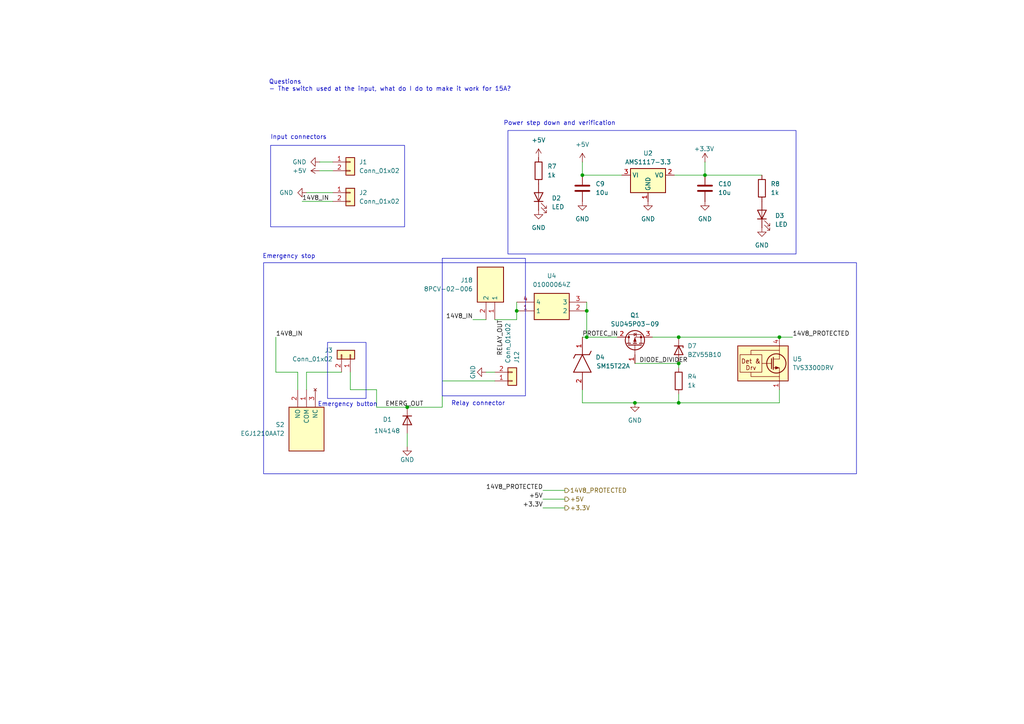
<source format=kicad_sch>
(kicad_sch (version 20250114) (generator "eeschema") (generator_version "9.0")
  (paper "A4")
  (lib_symbols
    (symbol "01000064Z:01000064Z"
      (property "Reference" "U" (at 16.51 7.62 0))
      (property "Value" "01000064Z" (at 16.51 5.08 0))
      (symbol "01000064Z_1_1"
        (rectangle (start 5.08 2.54) (end 15.24 -5.08) (stroke (width 0.254)) (fill (type background)))
        (pin passive line (at 0 0 0) (length 5.08) (name "4") (number "4"))
        (pin passive line (at 0 -2.54 0) (length 5.08) (name "1") (number "1"))
        (pin passive line (at 20.32 0 180) (length 5.08) (name "3") (number "3"))
        (pin passive line (at 20.32 -2.54 180) (length 5.08) (name "2") (number "2"))
      )
    )
    (symbol "8PCV-02-006:8PCV-02-006"
      (property "Reference" "J" (at 16.51 7.62 0))
      (property "Value" "8PCV-02-006" (at 16.51 5.08 0))
      (symbol "8PCV-02-006_1_1"
        (rectangle (start 5.08 2.54) (end 15.24 -5.08) (stroke (width 0.254)) (fill (type background)))
        (pin passive line (at 0 0 0) (length 5.08) (name "1") (number "1"))
        (pin passive line (at 0 -2.54 0) (length 5.08) (name "2") (number "2"))
      )
    )
    (symbol "Connector_Generic:Conn_01x02" (pin_names (offset 1.016) (hide yes))
      (property "Reference" "J" (at 0 2.54 0))
      (property "Value" "Conn_01x02" (at 0 -5.08 0))
      (symbol "Conn_01x02_1_1"
        (rectangle (start -1.27 1.27) (end 1.27 -3.81) (stroke (width 0.254)) (fill (type background)))
        (rectangle (start -1.27 0.127) (end 0 -0.127) (stroke (width 0.1524)))
        (rectangle (start -1.27 -2.413) (end 0 -2.667) (stroke (width 0.1524)))
        (pin passive line (at -5.08 0 0) (length 3.81) (name "Pin_1") (number "1"))
        (pin passive line (at -5.08 -2.54 0) (length 3.81) (name "Pin_2") (number "2"))
      )
    )
    (symbol "Device:C" (pin_numbers (hide yes)) (pin_names (offset 0.254))
      (property "Reference" "C" (at 0.635 2.54 0))
      (property "Value" "C" (at 0.635 -2.54 0))
      (symbol "C_0_1"
        (polyline (pts (xy -2.032 0.762) (xy 2.032 0.762)) (stroke (width 0.508)))
        (polyline (pts (xy -2.032 -0.762) (xy 2.032 -0.762)) (stroke (width 0.508)))
      )
      (symbol "C_1_1"
        (pin passive line (at 0 3.81 270) (length 2.794) (name "~") (number "1"))
        (pin passive line (at 0 -3.81 90) (length 2.794) (name "~") (number "2"))
      )
    )
    (symbol "Device:LED" (pin_numbers (hide yes)) (pin_names (offset 1.016) (hide yes))
      (property "Reference" "D" (at 0 2.54 0))
      (property "Value" "LED" (at 0 -2.54 0))
      (symbol "LED_0_1"
        (polyline (pts (xy -3.048 -0.762) (xy -4.572 -2.286) (xy -3.81 -2.286) (xy -4.572 -2.286) (xy -4.572 -1.524)))
        (polyline (pts (xy -1.778 -0.762) (xy -3.302 -2.286) (xy -2.54 -2.286) (xy -3.302 -2.286) (xy -3.302 -1.524)))
        (polyline (pts (xy -1.27 0) (xy 1.27 0)))
        (polyline (pts (xy -1.27 -1.27) (xy -1.27 1.27)) (stroke (width 0.254)))
        (polyline (pts (xy 1.27 -1.27) (xy 1.27 1.27) (xy -1.27 0) (xy 1.27 -1.27)) (stroke (width 0.254)))
      )
      (symbol "LED_1_1"
        (pin passive line (at -3.81 0 0) (length 2.54) (name "K") (number "1"))
        (pin passive line (at 3.81 0 180) (length 2.54) (name "A") (number "2"))
      )
    )
    (symbol "Device:R" (pin_numbers (hide yes)) (pin_names (offset 0))
      (property "Reference" "R" (at 2.032 0 90))
      (property "Value" "R" (at 0 0 90))
      (symbol "R_0_1"
        (rectangle (start -1.016 -2.54) (end 1.016 2.54) (stroke (width 0.254)))
      )
      (symbol "R_1_1"
        (pin passive line (at 0 3.81 270) (length 1.27) (name "~") (number "1"))
        (pin passive line (at 0 -3.81 90) (length 1.27) (name "~") (number "2"))
      )
    )
    (symbol "Diode:1N4148" (pin_numbers (hide yes)) (pin_names (hide yes))
      (property "Reference" "D" (at 0 2.54 0))
      (property "Value" "1N4148" (at 0 -2.54 0))
      (symbol "1N4148_0_1"
        (polyline (pts (xy -1.27 1.27) (xy -1.27 -1.27)) (stroke (width 0.254)))
        (polyline (pts (xy 1.27 1.27) (xy 1.27 -1.27) (xy -1.27 0) (xy 1.27 1.27)) (stroke (width 0.254)))
        (polyline (pts (xy 1.27 0) (xy -1.27 0)))
      )
      (symbol "1N4148_1_1"
        (pin passive line (at -3.81 0 0) (length 2.54) (name "K") (number "1"))
        (pin passive line (at 3.81 0 180) (length 2.54) (name "A") (number "2"))
      )
    )
    (symbol "Diode:BZV55B10" (pin_numbers (hide yes)) (pin_names (hide yes))
      (property "Reference" "D" (at 0 2.54 0))
      (property "Value" "BZV55B10" (at 0 -2.54 0))
      (symbol "BZV55B10_0_1"
        (polyline (pts (xy -1.27 -1.27) (xy -1.27 1.27) (xy -0.762 1.27)) (stroke (width 0.254)))
        (polyline (pts (xy 1.27 0) (xy -1.27 0)))
        (polyline (pts (xy 1.27 -1.27) (xy 1.27 1.27) (xy -1.27 0) (xy 1.27 -1.27)) (stroke (width 0.254)))
      )
      (symbol "BZV55B10_1_1"
        (pin passive line (at -3.81 0 0) (length 2.54) (name "K") (number "1"))
        (pin passive line (at 3.81 0 180) (length 2.54) (name "A") (number "2"))
      )
    )
    (symbol "EGJ1210AAT2:EGJ1210AAT2"
      (property "Reference" "S" (at 19.05 7.62 0))
      (property "Value" "EGJ1210AAT2" (at 19.05 5.08 0))
      (symbol "EGJ1210AAT2_1_1"
        (rectangle (start 5.08 2.54) (end 17.78 -7.62) (stroke (width 0.254)) (fill (type background)))
        (pin passive line (at 0 0 0) (length 5.08) (name "NO") (number "2"))
        (pin passive line (at 0 -2.54 0) (length 5.08) (name "COM") (number "1"))
        (pin no_connect line (at 0 -5.08 0) (length 5.08) (name "NC") (number "3"))
      )
    )
    (symbol "Power_Protection:TVS3300DRV" (pin_names (offset 0) (hide yes))
      (property "Reference" "U" (at 2.54 1.27 0))
      (property "Value" "TVS3300DRV" (at 2.54 -1.27 0))
      (symbol "TVS3300DRV_0_0"
        (rectangle (start -11.43 2.54) (end -5.08 -2.54))
        (polyline (pts (xy -8.255 2.54) (xy -8.255 3.81) (xy 0 3.81)))
        (polyline (pts (xy -8.255 -2.54) (xy -8.255 -3.81) (xy 0 -3.81)))
        (polyline (pts (xy 0 1.27) (xy -1.778 1.27)))
        (text "Det &" (at -8.255 0.635 0) (effects (font (size 1.27 1.27))))
        (text "Drv" (at -8.255 -1.27 0) (effects (font (size 1.27 1.27))))
      )
      (symbol "TVS3300DRV_0_1"
        (rectangle (start -12.065 5.08) (end 2.54 -5.08) (stroke (width 0.254)) (fill (type background)))
        (polyline (pts (xy -2.286 1.397) (xy -2.286 -1.524)) (stroke (width 0.254)))
        (polyline (pts (xy -2.286 0) (xy -5.08 0)))
        (polyline (pts (xy -1.778 1.778) (xy -1.778 -1.778)) (stroke (width 0.254)))
        (circle (center -0.889 0) (radius 2.794) (stroke (width 0.254)))
        (polyline (pts (xy -0.127 -1.27) (xy -1.143 -1.651) (xy -1.143 -0.889) (xy -0.127 -1.27)) (fill (type outline)))
        (polyline (pts (xy 0 5.08) (xy 0 2.54)))
        (polyline (pts (xy 0 2.54) (xy 0 1.27)))
        (polyline (pts (xy 0 -2.54) (xy 0 -5.08)))
        (polyline (pts (xy 0 -2.54) (xy 0 -1.27) (xy -1.778 -1.27)))
      )
      (symbol "TVS3300DRV_1_1"
        (pin passive line (at 0 7.62 270) (length 2.54) (name "IN") (number "4"))
        (pin passive line (at 0 7.62 270) (length 2.54) (hide yes) (name "IN") (number "5"))
        (pin passive line (at 0 7.62 270) (length 2.54) (hide yes) (name "IN") (number "6"))
        (pin power_in line (at 0 -7.62 90) (length 2.54) (name "GND") (number "1"))
        (pin passive line (at 0 -7.62 90) (length 2.54) (hide yes) (name "GND") (number "2"))
        (pin passive line (at 0 -7.62 90) (length 2.54) (hide yes) (name "GND") (number "3"))
        (pin passive line (at 0 -7.62 90) (length 2.54) (hide yes) (name "GND") (number "7"))
      )
    )
    (symbol "Regulator_Linear:AMS1117-3.3"
      (property "Reference" "U" (at -3.81 3.175 0))
      (property "Value" "AMS1117-3.3" (at 0 3.175 0))
      (symbol "AMS1117-3.3_0_1"
        (rectangle (start -5.08 -5.08) (end 5.08 1.905) (stroke (width 0.254)) (fill (type background)))
      )
      (symbol "AMS1117-3.3_1_1"
        (pin power_in line (at -7.62 0 0) (length 2.54) (name "VI") (number "3"))
        (pin power_in line (at 0 -7.62 90) (length 2.54) (name "GND") (number "1"))
        (pin power_out line (at 7.62 0 180) (length 2.54) (name "VO") (number "2"))
      )
    )
    (symbol "SM15T22A:SM15T22A" (pin_names (hide yes))
      (property "Reference" "D" (at 10.16 8.89 0))
      (property "Value" "SM15T22A" (at 10.16 6.35 0))
      (symbol "SM15T22A_1_1"
        (polyline (pts (xy 4.064 2.54) (xy 5.08 2.032)) (stroke (width 0.254)))
        (polyline (pts (xy 5.08 0) (xy 10.16 2.54)) (stroke (width 0.254)))
        (polyline (pts (xy 5.08 -2.032) (xy 5.08 2.032)) (stroke (width 0.254)))
        (polyline (pts (xy 5.08 -2.032) (xy 6.096 -2.54)) (stroke (width 0.254)))
        (polyline (pts (xy 10.16 -2.54) (xy 5.08 0)) (stroke (width 0.254)))
        (polyline (pts (xy 10.16 -2.54) (xy 10.16 2.54)) (stroke (width 0.254)))
        (pin passive line (at 0 0 0) (length 5.08) (name "K") (number "1"))
        (pin passive line (at 15.24 0 180) (length 5.08) (name "A") (number "2"))
      )
    )
    (symbol "Transistor_FET:SUD45P03-09" (pin_names (hide yes))
      (property "Reference" "Q" (at 4.953 1.905 0))
      (property "Value" "SUD45P03-09" (at 4.953 0 0))
      (symbol "SUD45P03-09_0_1"
        (polyline (pts (xy 0.254 1.905) (xy 0.254 -1.905)) (stroke (width 0.254)))
        (polyline (pts (xy 0.254 0) (xy -2.54 0)))
        (polyline (pts (xy 0.762 2.286) (xy 0.762 1.27)) (stroke (width 0.254)))
        (polyline (pts (xy 0.762 1.778) (xy 3.302 1.778) (xy 3.302 -1.778) (xy 0.762 -1.778)))
        (polyline (pts (xy 0.762 0.508) (xy 0.762 -0.508)) (stroke (width 0.254)))
        (polyline (pts (xy 0.762 -1.27) (xy 0.762 -2.286)) (stroke (width 0.254)))
        (circle (center 1.651 0) (radius 2.794) (stroke (width 0.254)))
        (polyline (pts (xy 2.286 0) (xy 1.27 0.381) (xy 1.27 -0.381) (xy 2.286 0)) (fill (type outline)))
        (polyline (pts (xy 2.54 2.54) (xy 2.54 1.778)))
        (circle (center 2.54 1.778) (radius 0.254) (fill (type outline)))
        (circle (center 2.54 -1.778) (radius 0.254) (fill (type outline)))
        (polyline (pts (xy 2.54 -2.54) (xy 2.54 0) (xy 0.762 0)))
        (polyline (pts (xy 2.794 -0.508) (xy 2.921 -0.381) (xy 3.683 -0.381) (xy 3.81 -0.254)))
        (polyline (pts (xy 3.302 -0.381) (xy 2.921 0.254) (xy 3.683 0.254) (xy 3.302 -0.381)))
      )
      (symbol "SUD45P03-09_1_1"
        (pin input line (at -5.08 0 0) (length 2.54) (name "G") (number "1"))
        (pin passive line (at 2.54 5.08 270) (length 2.54) (name "D") (number "2"))
        (pin passive line (at 2.54 -5.08 90) (length 2.54) (name "S") (number "3"))
      )
    )
    (symbol "power:+3.3V" (power) (pin_numbers (hide yes)) (pin_names (offset 0) (hide yes))
      (property "Value" "+3.3V" (at 0 3.556 0))
      (symbol "+3.3V_0_1"
        (polyline (pts (xy -0.762 1.27) (xy 0 2.54)))
        (polyline (pts (xy 0 2.54) (xy 0.762 1.27)))
        (polyline (pts (xy 0 0) (xy 0 2.54)))
      )
      (symbol "+3.3V_1_1"
        (pin power_in line (at 0 0 90) (length 0) (name "~") (number "1"))
      )
    )
    (symbol "power:+5P" (power) (pin_numbers (hide yes)) (pin_names (offset 0) (hide yes))
      (property "Value" "+5P" (at 0 3.556 0))
      (symbol "+5P_0_1"
        (polyline (pts (xy -0.762 1.27) (xy 0 2.54)))
        (polyline (pts (xy 0 2.54) (xy 0.762 1.27)))
        (polyline (pts (xy 0 0) (xy 0 2.54)))
      )
      (symbol "+5P_1_1"
        (pin power_in line (at 0 0 90) (length 0) (name "~") (number "1"))
      )
    )
    (symbol "power:+5V" (power) (pin_numbers (hide yes)) (pin_names (offset 0) (hide yes))
      (property "Value" "+5V" (at 0 3.556 0))
      (symbol "+5V_0_1"
        (polyline (pts (xy -0.762 1.27) (xy 0 2.54)))
        (polyline (pts (xy 0 2.54) (xy 0.762 1.27)))
        (polyline (pts (xy 0 0) (xy 0 2.54)))
      )
      (symbol "+5V_1_1"
        (pin power_in line (at 0 0 90) (length 0) (name "~") (number "1"))
      )
    )
    (symbol "power:GND" (power) (pin_numbers (hide yes)) (pin_names (offset 0) (hide yes))
      (property "Value" "GND" (at 0 -3.81 0))
      (symbol "GND_0_1"
        (polyline (pts (xy 0 0) (xy 0 -1.27) (xy 1.27 -1.27) (xy 0 -2.54) (xy -1.27 -1.27) (xy 0 -1.27)))
      )
      (symbol "GND_1_1"
        (pin power_in line (at 0 0 270) (length 0) (name "~") (number "1"))
      )
    )
  )
  (rectangle (start 106.172 115.57) (end 94.996 99.314))
  (rectangle (start 76.454 76.2) (end 248.412 137.414))
  (rectangle (start 128.27 74.93) (end 152.4 114.808))
  (rectangle (start 78.486 42.164) (end 117.348 65.786))
  (rectangle (start 147.32 37.846) (end 230.886 73.66))
  (text "Emergency button" (at 100.838 117.348 0) (effects (font (size 1.27 1.27))))
  (text "Input connectors" (at 86.614 39.878 0) (effects (font (size 1.27 1.27))))
  (text "Questions\n- The switch used at the input, what do I do to make it work for 15A?" (at 77.978 24.892 0) (effects (font (size 1.27 1.27)) (justify left)))
  (text "Emergency stop" (at 83.82 74.422 0) (effects (font (size 1.27 1.27))))
  (text "Relay connector" (at 138.684 117.094 0) (effects (font (size 1.27 1.27))))
  (text "Power step down and verification" (at 162.306 35.814 0) (effects (font (size 1.27 1.27))))
  (junction (at 118.11 118.11))
  (junction (at 196.85 97.79))
  (junction (at 168.91 50.8))
  (junction (at 170.18 90.17))
  (junction (at 226.06 97.79))
  (junction (at 170.18 97.79))
  (junction (at 196.85 105.41))
  (junction (at 184.15 116.84))
  (junction (at 196.85 116.84))
  (junction (at 149.86 90.17))
  (junction (at 204.47 50.8))
  (wire (pts (xy 168.91 116.84) (xy 168.91 113.03)))
  (wire (pts (xy 80.01 107.95) (xy 86.36 107.95)))
  (wire (pts (xy 143.51 92.71) (xy 149.86 92.71)))
  (wire (pts (xy 128.27 118.11) (xy 128.27 110.49)))
  (wire (pts (xy 87.63 58.42) (xy 96.52 58.42)))
  (wire (pts (xy 88.9 55.88) (xy 96.52 55.88)))
  (wire (pts (xy 180.34 50.8) (xy 168.91 50.8)))
  (wire (pts (xy 157.48 142.24) (xy 163.83 142.24)))
  (wire (pts (xy 226.06 97.79) (xy 229.87 97.79)))
  (wire (pts (xy 137.16 92.71) (xy 140.97 92.71)))
  (wire (pts (xy 170.18 87.63) (xy 170.18 90.17)))
  (wire (pts (xy 184.15 105.41) (xy 196.85 105.41)))
  (wire (pts (xy 196.85 105.41) (xy 196.85 106.68)))
  (wire (pts (xy 118.11 125.73) (xy 118.11 129.54)))
  (wire (pts (xy 157.48 147.32) (xy 163.83 147.32)))
  (wire (pts (xy 101.6 113.03) (xy 109.22 113.03)))
  (wire (pts (xy 118.11 118.11) (xy 128.27 118.11)))
  (wire (pts (xy 86.36 107.95) (xy 86.36 113.03)))
  (wire (pts (xy 196.85 114.3) (xy 196.85 116.84)))
  (wire (pts (xy 92.71 49.53) (xy 96.52 49.53)))
  (wire (pts (xy 170.18 90.17) (xy 170.18 97.79)))
  (wire (pts (xy 195.58 50.8) (xy 204.47 50.8)))
  (wire (pts (xy 109.22 118.11) (xy 118.11 118.11)))
  (wire (pts (xy 128.27 110.49) (xy 143.51 110.49)))
  (wire (pts (xy 157.48 144.78) (xy 163.83 144.78)))
  (wire (pts (xy 80.01 97.79) (xy 80.01 107.95)))
  (wire (pts (xy 88.9 107.95) (xy 99.06 107.95)))
  (wire (pts (xy 170.18 97.79) (xy 179.07 97.79)))
  (wire (pts (xy 226.06 116.84) (xy 226.06 113.03)))
  (wire (pts (xy 168.91 97.79) (xy 170.18 97.79)))
  (wire (pts (xy 168.91 116.84) (xy 184.15 116.84)))
  (wire (pts (xy 140.97 107.95) (xy 143.51 107.95)))
  (wire (pts (xy 92.71 46.99) (xy 96.52 46.99)))
  (wire (pts (xy 149.86 90.17) (xy 149.86 92.71)))
  (wire (pts (xy 101.6 107.95) (xy 101.6 113.03)))
  (wire (pts (xy 204.47 46.99) (xy 204.47 50.8)))
  (wire (pts (xy 88.9 107.95) (xy 88.9 113.03)))
  (wire (pts (xy 204.47 50.8) (xy 220.98 50.8)))
  (wire (pts (xy 184.15 116.84) (xy 196.85 116.84)))
  (wire (pts (xy 168.91 46.99) (xy 168.91 50.8)))
  (wire (pts (xy 189.23 97.79) (xy 196.85 97.79)))
  (wire (pts (xy 149.86 87.63) (xy 149.86 90.17)))
  (wire (pts (xy 109.22 118.11) (xy 109.22 113.03)))
  (wire (pts (xy 196.85 116.84) (xy 226.06 116.84)))
  (wire (pts (xy 196.85 97.79) (xy 226.06 97.79)))
  (label "+3.3V" (at 157.48 147.32 180))
  (label "14V8_PROTECTED" (at 157.48 142.24 180))
  (label "14V8_IN" (at 87.63 58.42 0))
  (label "14V8_IN" (at 137.16 92.71 180))
  (label "14V8_IN" (at 80.01 97.79 0))
  (label "PROTEC_IN" (at 168.91 97.79 0))
  (label "DIODE_DIVIDER" (at 185.42 105.41 0))
  (label "EMERG_OUT" (at 111.76 118.11 0))
  (label "14V8_PROTECTED" (at 229.87 97.79 0))
  (label "+5V" (at 157.48 144.78 180))
  (label "RELAY_OUT" (at 146.05 92.71 270))
  (hierarchical_label "14V8_PROTECTED" (shape output) (at 163.83 142.24 0))
  (hierarchical_label "+5V" (shape output) (at 163.83 144.78 0))
  (hierarchical_label "+3.3V" (shape output) (at 163.83 147.32 0))
  (symbol (lib_id "power:GND") (at 220.98 66.04 0) (unit 1)
    (property "Reference" "#PWR038" (effects (hide yes)))
    (property "Value" "GND" (at 220.98 71.12 0))
    (property "Description" "Power symbol creates a global label with name \"GND\" , ground" (effects (hide yes)))
  )
  (symbol (lib_id "01000064Z:01000064Z") (at 149.86 87.63 0) (unit 1)
    (property "Reference" "U4" (at 160.02 80.01 0))
    (property "Value" "01000064Z" (at 160.02 82.55 0))
    (property "Footprint" "01000064Z" (effects (hide yes)))
    (property "Datasheet" "https://m.littelfuse.com/~/media/electronics/datasheets/fuse_clips/littelfuse_fuseclip_100_datasheet.pdf.pdf" (effects (hide yes)))
    (property "Description" "Fuse Holder HIGH PROF. BLOCK MINI FUSE THT 30 AMP." (effects (hide yes)))
    (property "Height" "7.37" (effects (hide yes)))
    (property "Manufacturer_Name" "LITTELFUSE" (effects (hide yes)))
    (property "Manufacturer_Part_Number" "01000064Z" (effects (hide yes)))
    (property "Mouser Part Number" "576-01000064Z" (effects (hide yes)))
    (property "Mouser Price/Stock" "https://www.mouser.co.uk/ProductDetail/Littelfuse/01000064Z?qs=pUKx8fyJudDk0mp%2FixA2Uw%3D%3D" (effects (hide yes)))
  )
  (symbol (lib_id "Device:LED") (at 220.98 62.23 90) (unit 1)
    (property "Reference" "D3" (at 224.79 62.5474 90) (effects (justify right)))
    (property "Value" "LED" (at 224.79 65.0874 90) (effects (justify right)))
    (property "Footprint" "LED_SMD:LED_0805_2012Metric" (effects (hide yes)))
    (property "Description" "Light emitting diode" (effects (hide yes)))
  )
  (symbol (lib_id "power:+3.3V") (at 204.47 46.99 0) (unit 1)
    (property "Reference" "#PWR036" (effects (hide yes)))
    (property "Value" "+3.3V" (at 204.216 43.18 0))
    (property "Description" "Power symbol creates a global label with name \"+3.3V\"" (effects (hide yes)))
  )
  (symbol (lib_id "power:GND") (at 184.15 116.84 0) (unit 1)
    (property "Reference" "#PWR027" (effects (hide yes)))
    (property "Value" "GND" (at 184.15 121.92 0))
    (property "Description" "Power symbol creates a global label with name \"GND\" , ground" (effects (hide yes)))
  )
  (symbol (lib_id "Device:C") (at 168.91 54.61 0) (unit 1)
    (property "Reference" "C9" (at 172.72 53.3399 0) (effects (justify left)))
    (property "Value" "10u" (at 172.72 55.8799 0) (effects (justify left)))
    (property "Footprint" "Capacitor_SMD:C_0805_2012Metric" (effects (hide yes)))
    (property "Description" "Unpolarized capacitor" (effects (hide yes)))
  )
  (symbol (lib_id "power:GND") (at 88.9 55.88 270) (unit 1)
    (property "Reference" "#PWR01" (effects (hide yes)))
    (property "Value" "GND" (at 85.09 55.8799 90) (effects (justify right)))
    (property "Description" "Power symbol creates a global label with name \"GND\" , ground" (effects (hide yes)))
  )
  (symbol (lib_id "Device:R") (at 196.85 110.49 0) (unit 1)
    (property "Reference" "R4" (at 199.39 109.2199 0) (effects (justify left)))
    (property "Value" "1k" (at 199.39 111.7599 0) (effects (justify left)))
    (property "Footprint" "Resistor_SMD:R_0805_2012Metric" (effects (hide yes)))
    (property "Description" "Resistor" (effects (hide yes)))
  )
  (symbol (lib_id "Diode:BZV55B10") (at 196.85 101.6 270) (unit 1)
    (property "Reference" "D7" (at 199.39 100.3299 90) (effects (justify left)))
    (property "Value" "BZV55B10" (at 199.39 102.8699 90) (effects (justify left)))
    (property "Footprint" "Diode_SMD:D_MiniMELF" (effects (hide yes)))
    (property "Datasheet" "https://assets.nexperia.com/documents/data-sheet/BZV55_SER.pdf" (effects (hide yes)))
    (property "Description" "10V, 500mW, 2%, Zener diode, MiniMELF" (effects (hide yes)))
  )
  (symbol (lib_id "SM15T22A:SM15T22A") (at 168.91 97.79 270) (unit 1)
    (property "Reference" "D4" (at 172.72 103.6319 90) (effects (justify left)))
    (property "Value" "SM15T22A" (at 172.974 106.172 90) (effects (justify left)))
    (property "Footprint" "iprl_footprints:DIOM8059X265N" (effects (hide yes)))
    (property "Datasheet" "https://www.st.com/resource/en/datasheet/sm15t100a.pdf" (effects (hide yes)))
    (property "Description" "Peak pulse power:  1500 W (10/1000 us)  up to 10 kW (8/20 us)  Stand-off voltage range from 5 V to 188 V  Unidirectional and bidirectional types  Low leakage current: 0.2 A at 25 C  Operating Tj  max: 150 C  High power capability at Tj  max.: up to 1250 W (10/1000 s)  Lead finishing: matte tin plating" (effects (hide yes)))
    (property "Height" "2.65" (effects (hide yes)))
    (property "Manufacturer_Name" "STMicroelectronics" (effects (hide yes)))
    (property "Manufacturer_Part_Number" "SM15T22A" (effects (hide yes)))
    (property "Mouser Part Number" "511-SM15T22A" (effects (hide yes)))
    (property "Mouser Price/Stock" "https://www.mouser.com/Search/Refine.aspx?Keyword=511-SM15T22A" (effects (hide yes)))
    (property "Arrow Part Number" "SM15T22A" (effects (hide yes)))
    (property "Arrow Price/Stock" "https://www.arrow.com/en/products/sm15t22a/stmicroelectronics" (effects (hide yes)))
  )
  (symbol (lib_id "Connector_Generic:Conn_01x02") (at 101.6 102.87 270) (mirror x) (unit 1)
    (property "Reference" "J3" (at 96.52 101.5999 90) (effects (justify right)))
    (property "Value" "Conn_01x02" (at 96.52 104.1399 90) (effects (justify right)))
    (property "Footprint" "TerminalBlock:TerminalBlock_Altech_AK300-2_P5.00mm" (effects (hide yes)))
    (property "Description" "Generic connector, single row, 01x02, script generated (kicad-library-utils/schlib/autogen/connector/)" (effects (hide yes)))
  )
  (symbol (lib_id "Connector_Generic:Conn_01x02") (at 101.6 46.99 0) (unit 1)
    (property "Reference" "J1" (at 104.14 46.9899 0) (effects (justify left)))
    (property "Value" "Conn_01x02" (at 104.14 49.5299 0) (effects (justify left)))
    (property "Footprint" "TerminalBlock:TerminalBlock_Altech_AK300-2_P5.00mm" (effects (hide yes)))
    (property "Description" "Generic connector, single row, 01x02, script generated (kicad-library-utils/schlib/autogen/connector/)" (effects (hide yes)))
  )
  (symbol (lib_id "power:+5P") (at 168.91 46.99 0) (unit 1)
    (property "Reference" "#PWR033" (effects (hide yes)))
    (property "Value" "+5V" (at 168.91 41.91 0))
    (property "Description" "Power symbol creates a global label with name \"+5P\"" (effects (hide yes)))
  )
  (symbol (lib_id "power:GND") (at 156.21 60.96 0) (unit 1)
    (property "Reference" "#PWR032" (effects (hide yes)))
    (property "Value" "GND" (at 156.21 66.04 0))
    (property "Description" "Power symbol creates a global label with name \"GND\" , ground" (effects (hide yes)))
  )
  (symbol (lib_id "power:+5V") (at 92.71 49.53 90) (unit 1)
    (property "Reference" "#PWR03" (effects (hide yes)))
    (property "Value" "+5V" (at 88.9 49.5299 90) (effects (justify left)))
    (property "Description" "Power symbol creates a global label with name \"+5V\"" (effects (hide yes)))
  )
  (symbol (lib_id "Diode:1N4148") (at 118.11 121.92 270) (unit 1)
    (property "Reference" "D1" (at 110.998 121.666 90) (effects (justify left)))
    (property "Value" "1N4148" (at 108.458 124.968 90) (effects (justify left)))
    (property "Footprint" "Diode_THT:D_DO-35_SOD27_P7.62mm_Horizontal" (effects (hide yes)))
    (property "Datasheet" "https://assets.nexperia.com/documents/data-sheet/1N4148_1N4448.pdf" (effects (hide yes)))
    (property "Description" "100V 0.15A standard switching diode, DO-35" (effects (hide yes)))
    (property "Sim.Device" "D" (effects (hide yes)))
    (property "Sim.Pins" "1=K 2=A" (effects (hide yes)))
  )
  (symbol (lib_id "power:GND") (at 187.96 58.42 0) (unit 1)
    (property "Reference" "#PWR035" (effects (hide yes)))
    (property "Value" "GND" (at 187.96 63.5 0))
    (property "Description" "Power symbol creates a global label with name \"GND\" , ground" (effects (hide yes)))
  )
  (symbol (lib_id "Connector_Generic:Conn_01x02") (at 148.59 110.49 0) (mirror x) (unit 1)
    (property "Reference" "J12" (at 149.8601 105.41 90) (effects (justify right)))
    (property "Value" "Conn_01x02" (at 147.3201 105.41 90) (effects (justify right)))
    (property "Footprint" "TerminalBlock:TerminalBlock_Altech_AK300-2_P5.00mm" (effects (hide yes)))
    (property "Description" "Generic connector, single row, 01x02, script generated (kicad-library-utils/schlib/autogen/connector/)" (effects (hide yes)))
  )
  (symbol (lib_id "Power_Protection:TVS3300DRV") (at 226.06 105.41 0) (unit 1)
    (property "Reference" "U5" (at 229.87 104.1399 0) (effects (justify left)))
    (property "Value" "TVS3300DRV" (at 229.87 106.6799 0) (effects (justify left)))
    (property "Footprint" "Package_SON:WSON-6-1EP_2x2mm_P0.65mm_EP1x1.6mm" (effects (hide yes)))
    (property "Datasheet" "http://www.ti.com/lit/ds/symlink/tvs3300.pdf" (effects (hide yes)))
    (property "Description" "Flat-Clamp Surge Protection Device. 33Vrwm, WSON-6" (effects (hide yes)))
  )
  (symbol (lib_id "power:GND") (at 118.11 129.54 0) (unit 1)
    (property "Reference" "#PWR06" (effects (hide yes)))
    (property "Value" "GND" (at 118.11 133.35 0))
    (property "Description" "Power symbol creates a global label with name \"GND\" , ground" (effects (hide yes)))
  )
  (symbol (lib_id "power:GND") (at 140.97 107.95 270) (unit 1)
    (property "Reference" "#PWR057" (effects (hide yes)))
    (property "Value" "GND" (at 137.16 107.95 0))
    (property "Description" "Power symbol creates a global label with name \"GND\" , ground" (effects (hide yes)))
  )
  (symbol (lib_id "Device:C") (at 204.47 54.61 0) (unit 1)
    (property "Reference" "C10" (at 208.28 53.3399 0) (effects (justify left)))
    (property "Value" "10u" (at 208.28 55.8799 0) (effects (justify left)))
    (property "Footprint" "Capacitor_SMD:C_0805_2012Metric" (effects (hide yes)))
    (property "Description" "Unpolarized capacitor" (effects (hide yes)))
  )
  (symbol (lib_id "Device:R") (at 156.21 49.53 0) (unit 1)
    (property "Reference" "R7" (at 158.75 48.2599 0) (effects (justify left)))
    (property "Value" "1k" (at 158.75 50.7999 0) (effects (justify left)))
    (property "Footprint" "Resistor_SMD:R_0805_2012Metric" (effects (hide yes)))
    (property "Description" "Resistor" (effects (hide yes)))
  )
  (symbol (lib_id "Transistor_FET:SUD45P03-09") (at 184.15 100.33 90) (unit 1)
    (property "Reference" "Q1" (at 184.15 91.44 90))
    (property "Value" "SUD45P03-09" (at 184.15 93.98 90))
    (property "Footprint" "Package_TO_SOT_SMD:TO-252-2" (effects (hide yes)))
    (property "Datasheet" "https://www.vishay.com/docs/65595/sud45p03.pdf" (effects (hide yes)))
    (property "Description" "-45A Id, -30V Vds, TrenchFET P-Channel Power MOSFET, 8.7mOhm Ron, 90nC Qg, -55 to 150 °C, TO-252-2" (effects (hide yes)))
  )
  (symbol (lib_id "power:GND") (at 92.71 46.99 270) (unit 1)
    (property "Reference" "#PWR02" (effects (hide yes)))
    (property "Value" "GND" (at 88.9 46.9899 90) (effects (justify right)))
    (property "Description" "Power symbol creates a global label with name \"GND\" , ground" (effects (hide yes)))
  )
  (symbol (lib_id "power:GND") (at 168.91 58.42 0) (unit 1)
    (property "Reference" "#PWR034" (effects (hide yes)))
    (property "Value" "GND" (at 168.91 63.5 0))
    (property "Description" "Power symbol creates a global label with name \"GND\" , ground" (effects (hide yes)))
  )
  (symbol (lib_id "EGJ1210AAT2:EGJ1210AAT2") (at 86.36 113.03 90) (mirror x) (unit 1)
    (property "Reference" "S2" (at 82.55 123.1899 90) (effects (justify left)))
    (property "Value" "EGJ1210AAT2" (at 82.55 125.7299 90) (effects (justify left)))
    (property "Footprint" "iprl_footprints:EGJ1210AAT2" (effects (hide yes)))
    (property "Datasheet" "https://configured-product-images.s3.amazonaws.com/2D/specs/EGJ1210AAT2.pdf" (effects (hide yes)))
    (property "Description" "SLIDE, 300mA / 500mA, 24VDC / 12VDC SPDT, On-On Through Hole, Right Angle" (effects (hide yes)))
    (property "Height" "2.75" (effects (hide yes)))
    (property "Manufacturer_Name" "E-Switch" (effects (hide yes)))
    (property "Manufacturer_Part_Number" "EGJ1210AAT2" (effects (hide yes)))
    (property "Mouser Part Number" "612-EGJ1210AAT2" (effects (hide yes)))
    (property "Mouser Price/Stock" "https://www.mouser.co.uk/ProductDetail/E-Switch/EGJ1210AAT2?qs=%252BXxaIXUDbq28DPumZsnIIA%3D%3D" (effects (hide yes)))
  )
  (symbol (lib_id "Device:LED") (at 156.21 57.15 90) (unit 1)
    (property "Reference" "D2" (at 160.02 57.4674 90) (effects (justify right)))
    (property "Value" "LED" (at 160.02 60.0074 90) (effects (justify right)))
    (property "Footprint" "LED_SMD:LED_0805_2012Metric" (effects (hide yes)))
    (property "Description" "Light emitting diode" (effects (hide yes)))
  )
  (symbol (lib_id "Device:R") (at 220.98 54.61 0) (unit 1)
    (property "Reference" "R8" (at 223.52 53.3399 0) (effects (justify left)))
    (property "Value" "1k" (at 223.52 55.8799 0) (effects (justify left)))
    (property "Footprint" "Resistor_SMD:R_0805_2012Metric" (effects (hide yes)))
    (property "Description" "Resistor" (effects (hide yes)))
  )
  (symbol (lib_id "power:GND") (at 204.47 58.42 0) (unit 1)
    (property "Reference" "#PWR037" (effects (hide yes)))
    (property "Value" "GND" (at 204.47 63.5 0))
    (property "Description" "Power symbol creates a global label with name \"GND\" , ground" (effects (hide yes)))
  )
  (symbol (lib_id "8PCV-02-006:8PCV-02-006") (at 143.51 92.71 270) (mirror x) (unit 1)
    (property "Reference" "J18" (at 137.16 81.2799 90) (effects (justify right)))
    (property "Value" "8PCV-02-006" (at 137.16 83.8199 90) (effects (justify right)))
    (property "Footprint" "iprl_footprints:8PCV02006" (effects (hide yes)))
    (property "Datasheet" "https://www.arrow.com/en/products/8pcv-02-006/te-connectivity" (effects (hide yes)))
    (property "Description" "Body Features: Primary Product Color Black | Barrier Strip Style Tri-Barrier | Product Orientation Vertical | Configuration Features: Number of Positions 2 | Number of Levels 1 | Number of Rows 1 | Contact Features: PCB Contact Termination Area Plating Material Tin | Contact Current Rating (Max) 30 AMP | Contact Base Material Copper Alloy | Dimensions: Wire Size 18  10 AWG | Wire Size .326  5.26 MMSQ | Product Length 24.07 MM | Product Length .948 INCH | Wire Size 22  10 AWG | Electrical Characteri" (effects (hide yes)))
    (property "Height" "19.558" (effects (hide yes)))
    (property "Manufacturer_Name" "TE Connectivity" (effects (hide yes)))
    (property "Manufacturer_Part_Number" "8PCV-02-006" (effects (hide yes)))
    (property "Mouser Part Number" "571-514376577" (effects (hide yes)))
    (property "Mouser Price/Stock" "https://www.mouser.co.uk/ProductDetail/TE-Connectivity/8PCV-02-006?qs=6We4yzourU1nzyAv3X5lew%3D%3D" (effects (hide yes)))
    (property "Arrow Part Number" "8PCV-02-006" (effects (hide yes)))
    (property "Arrow Price/Stock" "https://www.arrow.com/en/products/8pcv-02-006/te-connectivity?utm_currency=USD&region=nac" (effects (hide yes)))
  )
  (symbol (lib_id "Connector_Generic:Conn_01x02") (at 101.6 55.88 0) (unit 1)
    (property "Reference" "J2" (at 104.14 55.8799 0) (effects (justify left)))
    (property "Value" "Conn_01x02" (at 104.14 58.4199 0) (effects (justify left)))
    (property "Footprint" "Connector_AMASS:AMASS_XT90PW-M_1x02_P10.90mm_Horizontal" (effects (hide yes)))
    (property "Description" "Generic connector, single row, 01x02, script generated (kicad-library-utils/schlib/autogen/connector/)" (effects (hide yes)))
  )
  (symbol (lib_id "Regulator_Linear:AMS1117-3.3") (at 187.96 50.8 0) (unit 1)
    (property "Reference" "U2" (at 187.96 44.45 0))
    (property "Value" "AMS1117-3.3" (at 187.96 46.99 0))
    (property "Footprint" "Package_TO_SOT_SMD:SOT-223-3_TabPin2" (effects (hide yes)))
    (property "Datasheet" "http://www.advanced-monolithic.com/pdf/ds1117.pdf" (effects (hide yes)))
    (property "Description" "1A Low Dropout regulator, positive, 3.3V fixed output, SOT-223" (effects (hide yes)))
  )
  (symbol (lib_id "power:+5P") (at 156.21 45.72 0) (unit 1)
    (property "Reference" "#PWR018" (effects (hide yes)))
    (property "Value" "+5V" (at 156.21 40.64 0))
    (property "Description" "Power symbol creates a global label with name \"+5P\"" (effects (hide yes)))
  )
)
</source>
